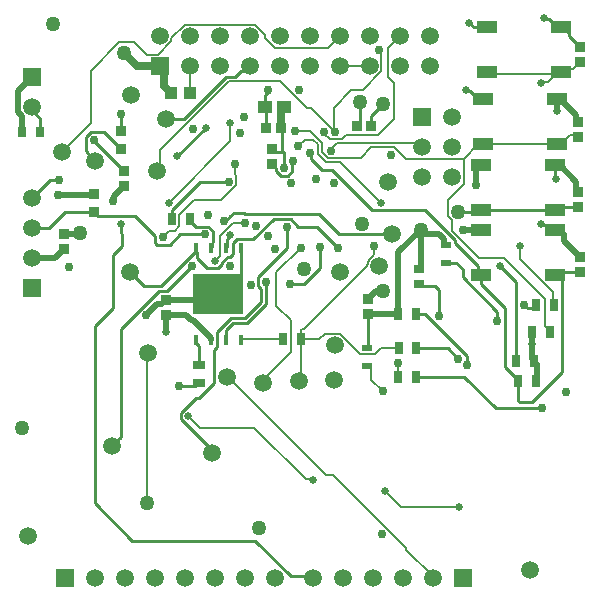
<source format=gbl>
G04*
G04 #@! TF.GenerationSoftware,Altium Limited,Altium Designer,22.10.1 (41)*
G04*
G04 Layer_Physical_Order=4*
G04 Layer_Color=16711680*
%FSLAX25Y25*%
%MOIN*%
G70*
G04*
G04 #@! TF.SameCoordinates,AFA84DA5-00AA-44F6-A921-FAAB14C792BC*
G04*
G04*
G04 #@! TF.FilePolarity,Positive*
G04*
G01*
G75*
%ADD13C,0.01000*%
%ADD23R,0.03150X0.03543*%
%ADD54R,0.03937X0.03150*%
%ADD55R,0.03740X0.03740*%
%ADD61R,0.03740X0.03740*%
%ADD63C,0.00700*%
%ADD64C,0.02000*%
%ADD66C,0.02500*%
%ADD69R,0.05906X0.05906*%
%ADD70C,0.05906*%
%ADD71R,0.05906X0.05906*%
%ADD72C,0.03000*%
%ADD73C,0.05000*%
%ADD74C,0.02500*%
%ADD75R,0.03150X0.03937*%
%ADD76R,0.01772X0.03740*%
%ADD77R,0.06693X0.03937*%
%ADD78R,0.17126X0.13583*%
%ADD79R,0.04758X0.03985*%
%ADD80R,0.03543X0.01968*%
%ADD81R,0.04469X0.04182*%
%ADD82R,0.03347X0.02953*%
D13*
X240508Y223039D02*
X240547Y223000D01*
X197000Y296959D02*
Y297500D01*
X196000Y295959D02*
X197000Y296959D01*
X196000Y292000D02*
Y295959D01*
Y292000D02*
X196539Y291461D01*
X264007Y320088D02*
X265595Y318500D01*
X268531Y319969D02*
X270000Y318500D01*
X198500Y273039D02*
X199870Y271669D01*
X118500Y290673D02*
X120953Y288220D01*
X265595Y318500D02*
X270000D01*
X291433Y252449D02*
X292902Y250980D01*
X266500Y271012D02*
X267370Y271882D01*
X267220Y294480D02*
X268598D01*
X180500Y229500D02*
X181709D01*
X289000Y321500D02*
X289287Y321213D01*
X231500Y285500D02*
Y289000D01*
X268000Y293882D02*
X268598Y294480D01*
X295780Y317980D02*
X297248Y316512D01*
X292902Y250980D02*
X294280D01*
X199870Y270453D02*
Y271669D01*
X188000Y235791D02*
Y244854D01*
X289287Y321213D02*
X290712D01*
X292902Y268098D02*
Y272480D01*
X288000Y253000D02*
X288406D01*
X231500Y289000D02*
X235500Y293000D01*
X264488Y297213D02*
X267220Y294480D01*
X139000Y280500D02*
X149000Y270500D01*
X267370Y271882D02*
X267500D01*
X297248Y315712D02*
X301000Y311961D01*
X199870Y270453D02*
X201423Y268900D01*
X178500Y227500D02*
X180500Y229500D01*
X181709D02*
X188000Y235791D01*
X268079Y251000D02*
X268098Y250980D01*
X288957Y252449D02*
X291433D01*
X263287Y297213D02*
X264488D01*
X263000Y297500D02*
X263287Y297213D01*
X293425Y318500D02*
X294803D01*
X294780Y294480D02*
X295748Y293512D01*
X292902Y272480D02*
X294280D01*
X201423Y268900D02*
X203577D01*
X205177Y270500D01*
X297248Y315712D02*
Y316512D01*
X295748Y293512D02*
X296248Y293012D01*
X196539Y285000D02*
Y291461D01*
X290712Y321213D02*
X293425Y318500D01*
X288406Y253000D02*
X288957Y252449D01*
X205177Y270500D02*
Y273677D01*
X161630Y226130D02*
X163000Y227500D01*
X120953Y283500D02*
Y288220D01*
X294280Y250980D02*
X295748Y249512D01*
X292902Y268098D02*
X293000Y268000D01*
X205177Y273677D02*
X205500Y274000D01*
X118500Y290673D02*
Y292000D01*
X139000Y280500D02*
Y281000D01*
X267500Y271882D02*
X268098Y272480D01*
X260500Y257000D02*
X267579D01*
X268098Y257520D01*
X292902D01*
X285175Y207825D02*
X286594Y206406D01*
X285000Y213000D02*
X285047Y213047D01*
X282500Y226000D02*
X283686Y224814D01*
X285425D01*
X286500Y225889D02*
Y226000D01*
X285425Y224814D02*
X286500Y225889D01*
X203500Y244940D02*
Y252000D01*
X186659Y247825D02*
X192148D01*
X198923Y254600D02*
X204577D01*
X193900Y232423D02*
Y235340D01*
X192148Y247825D02*
X198923Y254600D01*
X193900Y235340D02*
X203500Y244940D01*
X204403Y233097D02*
X209188D01*
X214305Y238214D02*
Y245383D01*
X209188Y233097D02*
X214305Y238214D01*
X183386Y247781D02*
X184518Y248913D01*
X183014Y254060D02*
X184454Y255500D01*
X184500D01*
X184518Y248913D02*
Y249319D01*
X183386Y245240D02*
Y247781D01*
X182473Y254060D02*
X183014D01*
X183000Y244854D02*
X183386Y245240D01*
X231638Y249484D02*
X231654Y249500D01*
X214138Y256200D02*
X220854Y249484D01*
X231654Y249500D02*
X238802D01*
X220854Y249484D02*
X231638D01*
X166632Y275650D02*
X166891D01*
X176241Y285000D01*
X148000Y285500D02*
Y289500D01*
X183590Y241884D02*
X184342D01*
X181850Y240145D02*
X183590Y241884D01*
X181850Y239527D02*
Y240145D01*
X178221Y238150D02*
X180473D01*
X178142Y238228D02*
X178221Y238150D01*
X180473D02*
X181850Y239527D01*
X185500Y246666D02*
X186659Y247825D01*
X173386Y241742D02*
X176900Y238228D01*
X178142D01*
X185500Y243043D02*
Y246666D01*
X185600Y256600D02*
X189077D01*
X189477Y256200D01*
X214138D01*
X151868Y147400D02*
X192832D01*
X204731Y135500D01*
X139447Y159821D02*
X151868Y147400D01*
X176241Y285000D02*
X176500D01*
X148157Y250095D02*
X148500Y249752D01*
Y245500D02*
Y249752D01*
X148157Y250095D02*
Y253002D01*
X207177Y252000D02*
X213500D01*
X204577Y254600D02*
X207177Y252000D01*
X174500Y267000D02*
X184000D01*
X165000Y254500D02*
Y257500D01*
X174500Y267000D01*
X163000Y288000D02*
X169231D01*
X183182Y301950D01*
X185950D01*
X136400Y277197D02*
Y282077D01*
X137923Y283600D02*
X142400D01*
X148000Y278000D01*
X136400Y282077D02*
X137923Y283600D01*
X139500Y274000D02*
Y274097D01*
X136400Y277197D02*
X139500Y274097D01*
X249299Y257650D02*
X259372Y247578D01*
X218500Y271000D02*
X231850Y257650D01*
X249299D01*
X211252Y274748D02*
Y276248D01*
X211000Y276500D02*
X211252Y276248D01*
X179046Y200046D02*
Y210880D01*
X177068Y198068D02*
X179046Y200046D01*
X177068Y197970D02*
Y198068D01*
X173062Y194885D02*
X173984D01*
X177068Y197970D01*
X211252Y274748D02*
X215000Y271000D01*
X218500D01*
X268098Y232902D02*
Y236020D01*
X276100Y205341D02*
Y224900D01*
X268098Y232902D02*
X276100Y224900D01*
X292902Y236020D02*
X293612D01*
X295080Y234551D01*
Y203543D02*
Y234551D01*
X189673Y305500D02*
X191000D01*
X188274Y304101D02*
X189673Y305500D01*
X188101Y304101D02*
X188274D01*
X185950Y301950D02*
X188101Y304101D01*
X218939Y235352D02*
Y237000D01*
X174083Y219047D02*
X174083D01*
X174043D02*
X174083D01*
X161430Y232300D02*
X168030Y238900D01*
X155700Y232300D02*
X161430D01*
X168030Y238900D02*
Y238900D01*
X173386Y241742D02*
Y243484D01*
X178386Y246596D02*
X178600Y246810D01*
X178000Y244854D02*
X178386Y245240D01*
Y246596D01*
X178600Y246810D02*
Y250577D01*
X172912Y252100D02*
X177077D01*
X170906Y254106D02*
X172912Y252100D01*
X184500Y255500D02*
X185600Y256600D01*
X179046Y210880D02*
X180100Y211934D01*
Y216879D01*
X184830Y221609D01*
X256133Y245953D02*
X256500D01*
X255649Y246437D02*
X256133Y245953D01*
X248000Y251000D02*
X249082D01*
X168000Y188000D02*
X179000Y177000D01*
X281133Y193500D02*
X285037D01*
X280547Y194086D02*
Y200500D01*
Y194086D02*
X281133Y193500D01*
X285037D02*
X295080Y203543D01*
X280547Y200500D02*
Y200894D01*
X272993Y191500D02*
X288500D01*
X279807Y207287D02*
Y233582D01*
X274426Y238963D02*
X279807Y233582D01*
X123953Y251500D02*
X129453Y257000D01*
X139000D01*
X118500Y251500D02*
X123953D01*
X148000Y217796D02*
X160674Y230470D01*
X163277D01*
X148000Y182000D02*
Y217796D01*
X145474Y242474D02*
X148500Y245500D01*
X143119Y177119D02*
X148000Y182000D01*
X145474Y224883D02*
Y242474D01*
X139447Y218856D02*
X145474Y224883D01*
X171653Y238847D02*
X171653D01*
X163277Y230470D02*
X171653Y238847D01*
X139447Y159821D02*
Y218856D01*
X168000Y189823D02*
X173062Y194885D01*
X168000Y188000D02*
Y189823D01*
X173000Y213161D02*
Y214146D01*
X174000Y205906D02*
Y212161D01*
X173000Y213161D02*
X174000Y212161D01*
X170906Y254106D02*
Y254500D01*
X177077Y252100D02*
X178600Y250577D01*
X218939Y235352D02*
X219000Y235290D01*
X202440Y271560D02*
X202500Y271500D01*
X202440Y271560D02*
Y276883D01*
X259372Y246628D02*
Y247578D01*
Y246628D02*
X267097Y238902D01*
Y237021D02*
Y238902D01*
Y237021D02*
X268098Y236020D01*
X140370Y255630D02*
X152767D01*
X204731Y135500D02*
X212000D01*
X185493Y220009D02*
X190181D01*
X184830Y221609D02*
X189519D01*
X183000Y217516D02*
X185493Y220009D01*
X183000Y214146D02*
Y217516D01*
X151000Y237000D02*
X155700Y232300D01*
X190181Y220009D02*
X196500Y226327D01*
Y233500D01*
X194900Y226990D02*
Y231423D01*
X189519Y221609D02*
X194900Y226990D01*
X184342Y241884D02*
X185500Y243043D01*
X213500Y252000D02*
X220500Y245000D01*
X173000Y243870D02*
X173386Y243484D01*
X159400Y246610D02*
Y248997D01*
Y246610D02*
X159986Y246024D01*
X164377D01*
X152767Y255630D02*
X159400Y248997D01*
X167853Y249500D02*
X176000D01*
X164377Y246024D02*
X167853Y249500D01*
X168030Y238900D02*
X173000Y243870D01*
X246453Y202000D02*
X262493D01*
X272993Y191500D01*
X173000Y243870D02*
Y244854D01*
X172606Y199000D02*
X173606Y200000D01*
X167500Y199000D02*
X172606D01*
X226579Y285500D02*
X227592Y286514D01*
Y293593D01*
X201900Y277423D02*
Y284561D01*
X201461Y285000D02*
X201900Y284561D01*
Y277423D02*
X202440Y276883D01*
X199578D02*
X202440D01*
X193900Y232423D02*
X194900Y231423D01*
X198500Y277961D02*
X199578Y276883D01*
X247500Y238000D02*
X248000Y238500D01*
X139000Y257000D02*
X140370Y255630D01*
X262034Y235214D02*
X273500Y223748D01*
Y220500D02*
Y223748D01*
X292902Y257520D02*
X293961Y258579D01*
X259772Y240047D02*
X262034Y237785D01*
Y235214D02*
Y237785D01*
X276100Y205341D02*
X280547Y200894D01*
X263500Y206000D02*
Y209028D01*
X254111Y222111D02*
Y230930D01*
X252600Y232441D02*
X254111Y230930D01*
X249528Y223000D02*
X263500Y209028D01*
X246453Y223000D02*
X249528D01*
X257000Y211500D02*
X260500Y208000D01*
X246500Y211500D02*
X257000D01*
X159500Y135000D02*
Y136297D01*
X256500Y240047D02*
X259772D01*
X293882Y237000D02*
X301000D01*
X292902Y236020D02*
X293882Y237000D01*
X293961Y258579D02*
X300500D01*
X230500Y211937D02*
Y223039D01*
X230016Y211453D02*
X230500Y211937D01*
X230000Y211453D02*
X230016D01*
X118500Y261500D02*
X124500Y267500D01*
X127500D01*
X247941Y232441D02*
X252600D01*
X247500Y232882D02*
X247941Y232441D01*
D23*
X115047Y283500D02*
D03*
X120953D02*
D03*
D54*
X174000Y205906D02*
D03*
Y200000D02*
D03*
D55*
X139000Y257000D02*
D03*
Y262906D02*
D03*
X230500Y223039D02*
D03*
Y227961D02*
D03*
X148000Y278000D02*
D03*
Y283906D02*
D03*
X149000Y265579D02*
D03*
Y270500D02*
D03*
X301000Y237000D02*
D03*
Y241921D02*
D03*
X198500Y277961D02*
D03*
Y273039D02*
D03*
X129000Y244539D02*
D03*
Y249461D02*
D03*
X300500Y258579D02*
D03*
Y263500D02*
D03*
X163000Y227500D02*
D03*
Y222579D02*
D03*
X300500Y286961D02*
D03*
Y282039D02*
D03*
X301000Y311961D02*
D03*
Y307039D02*
D03*
D61*
X201461Y285000D02*
D03*
X196539D02*
D03*
X231500Y285500D02*
D03*
X226579D02*
D03*
D63*
X232033Y242371D02*
X232358Y242819D01*
X208402Y217795D02*
X208402Y217795D01*
X232033Y242371D02*
X231248Y241767D01*
X230640Y240986D01*
X230249Y240077D01*
X230099Y239099D01*
X185453Y253366D02*
X189511D01*
X199850Y236850D02*
X208000Y245000D01*
Y245100D01*
X199850Y225762D02*
Y236850D01*
X181164Y249077D02*
X185453Y253366D01*
X181164Y242164D02*
Y249077D01*
X156886Y159976D02*
Y209894D01*
X156775Y159866D02*
X156886Y159976D01*
Y209894D02*
X156996Y210004D01*
X179500Y240500D02*
X181164Y242164D01*
X199850Y225762D02*
X204619Y220993D01*
X184500Y280500D02*
Y286500D01*
X164000Y260000D02*
X184500Y280500D01*
X216389Y169111D02*
X218854D01*
X243166Y144799D01*
X252000Y135500D02*
Y135534D01*
X243166Y144368D02*
X252000Y135534D01*
X243166Y144368D02*
Y144799D01*
X184000Y201500D02*
X216389Y169111D01*
X184000Y300500D02*
X201035D01*
X160996Y271496D02*
Y277496D01*
X184000Y300500D01*
X128500Y277000D02*
X138025Y286525D01*
Y303904D01*
X243079Y274500D02*
X262201D01*
X239079Y278500D02*
X243079Y274500D01*
X262201D02*
X262403Y274702D01*
X297838Y282579D02*
X301000D01*
X257050Y255571D02*
Y261050D01*
X262403Y266403D02*
Y274702D01*
X257050Y261050D02*
X262403Y266403D01*
X213702Y276400D02*
Y279546D01*
X206193Y283895D02*
X211191D01*
X212205Y281042D02*
X213702Y279546D01*
X211191Y283895D02*
X215002Y280084D01*
X209347Y281042D02*
X212205D01*
X215002Y276939D02*
Y280084D01*
X227943Y274904D02*
X231539Y278500D01*
X217037Y274904D02*
X227943D01*
X213702Y276400D02*
X216498Y273604D01*
X218052Y277354D02*
Y277797D01*
X221096Y273604D02*
X234700Y260000D01*
X216498Y273604D02*
X221096D01*
X215002Y276939D02*
X217037Y274904D01*
X218052Y277797D02*
X220225Y279970D01*
X232892D02*
X232922Y280000D01*
X248500D01*
X231539Y278500D02*
X239079D01*
X220225Y279970D02*
X232892D01*
X233764Y282680D02*
X234320Y283236D01*
X223215Y282680D02*
X233764D01*
X234700Y260000D02*
X234700D01*
X275693Y241694D02*
X289500Y227887D01*
X290953Y217000D02*
Y217394D01*
X289500Y218847D02*
X290953Y217394D01*
X289500Y218847D02*
Y227887D01*
X258245Y250755D02*
X267306Y241694D01*
X275693D01*
X281000Y241263D02*
Y245500D01*
Y241263D02*
X292000Y230263D01*
Y226406D02*
Y230263D01*
Y226406D02*
X292406Y226000D01*
X240500Y202047D02*
X240547Y202000D01*
X240500Y202047D02*
Y206500D01*
X174500Y185000D02*
X192500D01*
X209656Y167844D02*
X211656D01*
X192500Y185000D02*
X209656Y167844D01*
X211656D02*
X212000Y167500D01*
X231422Y201078D02*
Y204913D01*
Y201078D02*
X235250Y197250D01*
X219000Y283926D02*
Y291750D01*
Y283500D02*
Y283926D01*
X234000Y310378D02*
Y311000D01*
Y310378D02*
X234903Y309475D01*
Y303883D02*
Y309475D01*
X160000Y270500D02*
X160996Y271496D01*
X208000Y214500D02*
X208197D01*
X188354D02*
X202094D01*
X188000Y214146D02*
X188354Y214500D01*
X207000Y278900D02*
X207205D01*
X209347Y281042D01*
X186000Y269456D02*
X186500Y268956D01*
X186000Y269456D02*
Y273000D01*
X186500Y266035D02*
Y268956D01*
X258245Y250755D02*
Y254376D01*
X196000Y201500D02*
X204619Y210119D01*
Y220993D01*
X230787Y205547D02*
X231422Y204913D01*
X227835Y209519D02*
X232611D01*
X234593Y211500D01*
X208402Y217795D02*
X208607Y218000D01*
X224476Y212878D02*
X227835Y209519D01*
X208607Y218000D02*
X209000D01*
X221117Y216403D02*
X224476Y213044D01*
X234593Y211500D02*
X240594D01*
X216122Y216403D02*
X221117D01*
X209000Y218000D02*
X230099Y239099D01*
X224476Y212878D02*
Y213044D01*
X241551Y158570D02*
X260603D01*
X236019Y164101D02*
X241551Y158570D01*
X170500Y189000D02*
X174500Y185000D01*
X215761Y283083D02*
X217606Y281239D01*
X219198Y283698D02*
X219361D01*
X219000Y283500D02*
X219198Y283698D01*
X211451Y291475D02*
X219000Y283926D01*
X219361Y283500D02*
X220500D01*
X215761Y283083D02*
Y283700D01*
X210060Y291475D02*
X211451D01*
X219687Y281270D02*
X221805D01*
X217606Y281239D02*
X219655D01*
X219687Y281270D01*
X221805D02*
X223215Y282680D01*
X208197Y214500D02*
Y217590D01*
X232358Y242819D02*
X232375Y242895D01*
Y245375D01*
X208197Y217590D02*
X208402Y217795D01*
X232375Y245375D02*
X232478Y245479D01*
X167525Y256006D02*
X172514Y260996D01*
X181460D01*
X186500Y266035D01*
X162000Y248624D02*
X162124D01*
X164039Y250539D02*
X165926D01*
X167525Y252138D02*
Y256006D01*
X162124Y248624D02*
X164039Y250539D01*
X165926D02*
X167525Y252138D01*
X234320Y283236D02*
Y283285D01*
X238950Y287915D01*
Y299953D01*
X208000Y198770D02*
Y214106D01*
X208197Y214500D02*
X214219D01*
X216122Y216403D01*
X219000Y291750D02*
X224903Y297653D01*
X228672D01*
X234903Y303883D01*
X201035Y300500D02*
X210060Y291475D01*
X171000Y296710D02*
Y305500D01*
Y296710D02*
X171210Y296500D01*
X152571Y313450D02*
X156618Y309403D01*
X138025Y303904D02*
X147571Y313450D01*
X152571D01*
X156618Y309403D02*
X160422D01*
X182750Y202000D02*
X183500D01*
X217097Y311597D02*
X221000Y315500D01*
X199383Y311597D02*
X217097D01*
X196000Y314981D02*
X199383Y311597D01*
X196000Y314981D02*
Y316019D01*
X169383Y319403D02*
X192617D01*
X196000Y316019D01*
X164903Y313883D02*
Y314922D01*
X169383Y319403D01*
X160422Y309403D02*
X164903Y313883D01*
X221000Y305500D02*
X231000D01*
X257050Y255571D02*
X258245Y254376D01*
X267220Y279520D02*
X268598D01*
X262403Y274702D02*
X267220Y279520D01*
X268598D02*
X293402D01*
X269598Y303020D02*
X293024D01*
X288296Y300296D02*
X290300D01*
X288000Y300000D02*
X288296Y300296D01*
X293024Y303020D02*
X294402D01*
X290300Y300296D02*
X293024Y303020D01*
X293402Y279520D02*
X294780D01*
X230000Y205547D02*
X230787D01*
X295998Y304616D02*
X298577D01*
X301000Y307039D01*
X294402Y303020D02*
X295998Y304616D01*
X294780Y279520D02*
X297838Y282579D01*
X237097Y301806D02*
Y311597D01*
Y301806D02*
X238950Y299953D01*
X237097Y311597D02*
X241000Y315500D01*
D64*
X230500Y223039D02*
X240508D01*
X240547Y223000D02*
Y243547D01*
X230500Y227961D02*
X233039Y230500D01*
X293402Y294480D02*
X294780D01*
X299889Y264111D02*
X300500Y263500D01*
X233039Y230500D02*
X235500D01*
X299889Y264111D02*
Y266871D01*
X266500Y266000D02*
Y271012D01*
X134230Y249730D02*
X134500Y250000D01*
X293402Y294480D02*
X293500Y294382D01*
X262000Y251000D02*
X268079D01*
X295748Y247173D02*
Y249512D01*
X299630Y287831D02*
X300500Y286961D01*
X160130Y226130D02*
X161630D01*
X295748Y293252D02*
X299630Y289370D01*
X163000Y227500D02*
X178500D01*
X156500Y222500D02*
X160130Y226130D01*
X295748Y247173D02*
X301000Y241921D01*
X293500Y290500D02*
Y294382D01*
X129270Y249730D02*
X134230D01*
X295748Y293252D02*
Y293512D01*
X294280Y272480D02*
X299889Y266871D01*
X129000Y249461D02*
X129270Y249730D01*
X299630Y287831D02*
Y289370D01*
X285175Y207825D02*
Y213000D01*
X286594Y199500D02*
Y206406D01*
X285047Y213047D02*
Y217000D01*
X163000D02*
Y222579D01*
X240547Y243547D02*
X248000Y251000D01*
X178000Y214146D02*
Y215090D01*
X174043Y219047D02*
X178000Y215090D01*
X172021Y221109D02*
X174083Y219047D01*
X171274Y221109D02*
X172021D01*
X163000Y222579D02*
X169804D01*
X171274Y221109D01*
X248000Y251000D02*
X249500Y249500D01*
X254000D01*
X255649Y247851D01*
Y246437D02*
Y247851D01*
X248000Y238500D02*
Y251000D01*
X127000Y262500D02*
X138594D01*
X139000Y262906D01*
X145691Y260691D02*
Y262270D01*
X145500Y260500D02*
X145691Y260691D01*
Y262270D02*
X149000Y265579D01*
X118500Y241500D02*
X125961D01*
X129000Y244539D01*
X115047Y283500D02*
Y288953D01*
X113719Y290281D02*
Y297219D01*
Y290281D02*
X115047Y288953D01*
X113719Y297219D02*
X118500Y302000D01*
D66*
X164646Y296500D02*
X164790D01*
X162349Y298797D02*
Y304151D01*
X161000Y305500D02*
X162349Y304151D01*
Y298797D02*
X164646Y296500D01*
X149000Y310000D02*
X153500Y305500D01*
X161000D01*
X201461Y291258D02*
X202203Y292000D01*
X202314D01*
X201461Y285000D02*
Y291258D01*
D69*
X248500Y288500D02*
D03*
X118500Y231500D02*
D03*
Y302000D02*
D03*
D70*
X258500Y288500D02*
D03*
X248500Y278500D02*
D03*
X258500D02*
D03*
X248500Y268500D02*
D03*
X258500D02*
D03*
X118500Y261500D02*
D03*
Y251500D02*
D03*
Y241500D02*
D03*
X195500Y200000D02*
D03*
X178500Y176500D02*
D03*
X219500Y212500D02*
D03*
X221000Y237000D02*
D03*
X151500Y296000D02*
D03*
X238500Y249500D02*
D03*
X156996Y210004D02*
D03*
X284500Y137500D02*
D03*
X207500Y200500D02*
D03*
X252036Y135012D02*
D03*
X242036D02*
D03*
X232036D02*
D03*
X222036D02*
D03*
X212036D02*
D03*
X219000Y201000D02*
D03*
X139500Y135000D02*
D03*
X149500D02*
D03*
X159500D02*
D03*
X169500D02*
D03*
X179500D02*
D03*
X189500D02*
D03*
X199500D02*
D03*
X145000Y179000D02*
D03*
X160000Y270500D02*
D03*
X139500Y274000D02*
D03*
X118500Y292000D02*
D03*
X251000Y315500D02*
D03*
X241000D02*
D03*
X231000D02*
D03*
X221000D02*
D03*
X211000D02*
D03*
X201000D02*
D03*
X191000D02*
D03*
X181000D02*
D03*
X171000D02*
D03*
X161000D02*
D03*
X251000Y305500D02*
D03*
X241000D02*
D03*
X231000D02*
D03*
X221000D02*
D03*
X211000D02*
D03*
X201000D02*
D03*
X191000D02*
D03*
X181000D02*
D03*
X171000D02*
D03*
X128500Y277000D02*
D03*
X183500Y202000D02*
D03*
X117000Y149000D02*
D03*
X237000Y267000D02*
D03*
X163000Y288000D02*
D03*
X151000Y237000D02*
D03*
X234000Y239000D02*
D03*
D71*
X262036Y135012D02*
D03*
X129500Y135000D02*
D03*
X161000Y305500D02*
D03*
D72*
X191300Y232500D02*
D03*
X189000Y288500D02*
D03*
X197000Y297500D02*
D03*
X219000Y266500D02*
D03*
X172000Y284500D02*
D03*
X205500Y274000D02*
D03*
X156500Y222500D02*
D03*
X266500Y266000D02*
D03*
X262000Y251000D02*
D03*
X296342Y196842D02*
D03*
X176951Y256010D02*
D03*
X139000Y281000D02*
D03*
X282500Y226000D02*
D03*
X189511Y253366D02*
D03*
X197000Y249000D02*
D03*
X192952Y252306D02*
D03*
X199442Y244558D02*
D03*
X208000Y245100D02*
D03*
X182473Y254060D02*
D03*
X237982Y276018D02*
D03*
X148000Y289500D02*
D03*
X184500Y239000D02*
D03*
X187632Y283150D02*
D03*
X204403Y233097D02*
D03*
X203500Y252000D02*
D03*
X235000Y149500D02*
D03*
X130800Y238500D02*
D03*
X211000Y276500D02*
D03*
X232478Y245479D02*
D03*
X215761Y283700D02*
D03*
X206193Y283895D02*
D03*
X207000Y278900D02*
D03*
X219361Y283698D02*
D03*
X207500Y297500D02*
D03*
X186000Y273000D02*
D03*
X218052Y277354D02*
D03*
X214305Y245383D02*
D03*
X213000Y268000D02*
D03*
X202500Y271500D02*
D03*
X204713Y266561D02*
D03*
X240500Y206500D02*
D03*
X235250Y197250D02*
D03*
X234000Y311000D02*
D03*
X127000Y262500D02*
D03*
X145500Y260500D02*
D03*
X220500Y245000D02*
D03*
X184000Y267000D02*
D03*
X162000Y248624D02*
D03*
X171653Y238847D02*
D03*
X288500Y191500D02*
D03*
X167500Y199000D02*
D03*
X176000Y249500D02*
D03*
X273500Y220500D02*
D03*
X254111Y222111D02*
D03*
X260500Y208000D02*
D03*
X263500Y206000D02*
D03*
X196500Y233500D02*
D03*
X127500Y267500D02*
D03*
D73*
X209000Y238000D02*
D03*
X115000Y185000D02*
D03*
X125500Y319500D02*
D03*
X134500Y250000D02*
D03*
X235500Y230500D02*
D03*
Y293000D02*
D03*
X228550Y253084D02*
D03*
X248000Y251000D02*
D03*
X156775Y159866D02*
D03*
X194000Y151500D02*
D03*
X227592Y293593D02*
D03*
X149000Y310000D02*
D03*
X260500Y257000D02*
D03*
D74*
X289000Y321500D02*
D03*
X293500Y290500D02*
D03*
X288000Y253000D02*
D03*
X293000Y268000D02*
D03*
X264007Y320088D02*
D03*
X263000Y297500D02*
D03*
X285000Y213000D02*
D03*
X184518Y249319D02*
D03*
X163000Y217000D02*
D03*
X166632Y275650D02*
D03*
X179500Y240500D02*
D03*
X176500Y285000D02*
D03*
X148157Y253002D02*
D03*
X164000Y260000D02*
D03*
X212000Y167500D02*
D03*
X260603Y158570D02*
D03*
X236019Y164101D02*
D03*
X170500Y189000D02*
D03*
X184500Y286500D02*
D03*
X274426Y238963D02*
D03*
X234700Y260000D02*
D03*
X281000Y245500D02*
D03*
X288000Y300000D02*
D03*
D75*
X208000Y214500D02*
D03*
X202094D02*
D03*
X170906Y254500D02*
D03*
X246453Y202000D02*
D03*
X240547D02*
D03*
X279807Y207287D02*
D03*
X285713D02*
D03*
X165000Y254500D02*
D03*
X240547Y223000D02*
D03*
X246453D02*
D03*
X240594Y211500D02*
D03*
X246500D02*
D03*
X286500Y226000D02*
D03*
X292406D02*
D03*
X286453Y200500D02*
D03*
X280547D02*
D03*
X290953Y217000D02*
D03*
X285047D02*
D03*
D76*
X173000Y214146D02*
D03*
X188000D02*
D03*
X178000Y244854D02*
D03*
X173000D02*
D03*
X183000D02*
D03*
X188000D02*
D03*
X183000Y214146D02*
D03*
X178000D02*
D03*
D77*
X268098Y250980D02*
D03*
X292902D02*
D03*
X268098Y236020D02*
D03*
X292902D02*
D03*
X268098Y272480D02*
D03*
X292902D02*
D03*
X268098Y257520D02*
D03*
X292902D02*
D03*
X293402Y279520D02*
D03*
X268598D02*
D03*
X293402Y294480D02*
D03*
X268598D02*
D03*
X294803Y303539D02*
D03*
X270000D02*
D03*
X294803Y318500D02*
D03*
X270000D02*
D03*
D78*
X180500Y229500D02*
D03*
D79*
X202314Y292000D02*
D03*
X196000D02*
D03*
D80*
X230000Y205547D02*
D03*
Y211453D02*
D03*
X256500Y245953D02*
D03*
Y240047D02*
D03*
D81*
X171210Y296500D02*
D03*
X164790D02*
D03*
D82*
X247500Y238000D02*
D03*
Y232882D02*
D03*
M02*

</source>
